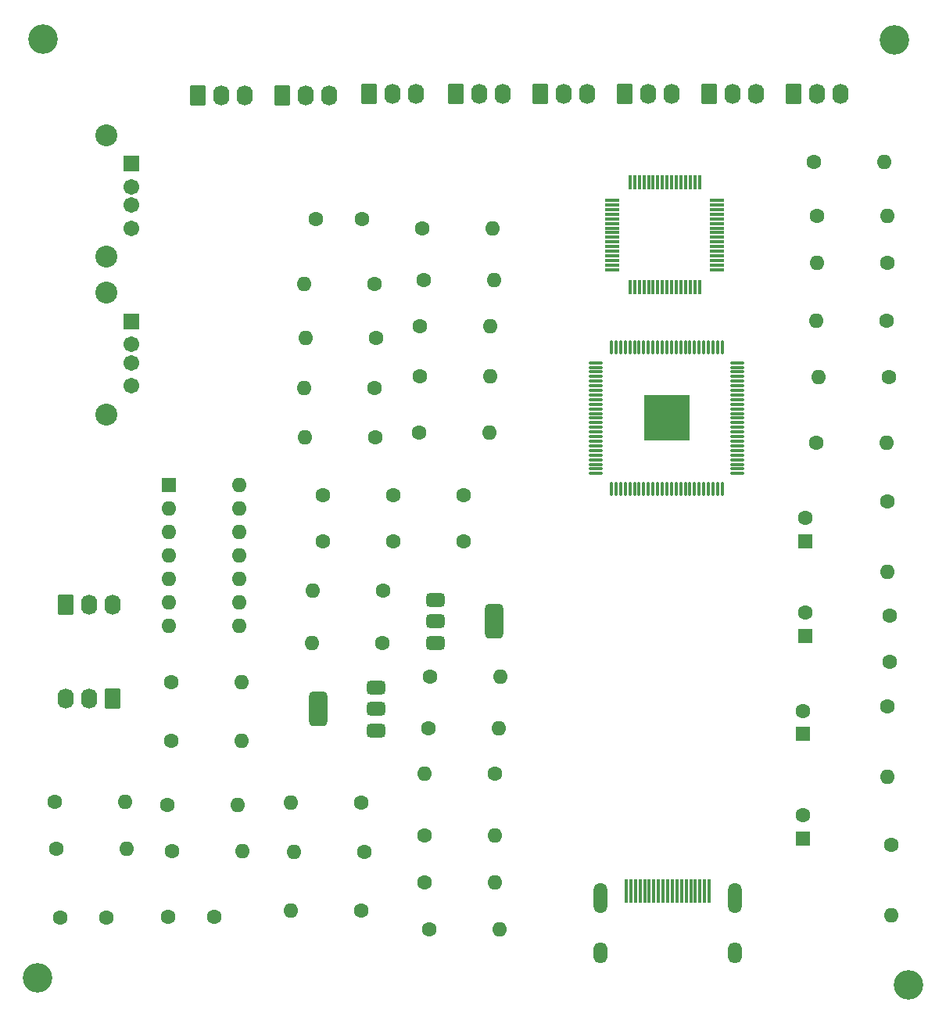
<source format=gbr>
%TF.GenerationSoftware,KiCad,Pcbnew,8.0.4*%
%TF.CreationDate,2024-10-29T15:25:17-05:00*%
%TF.ProjectId,String-Drum-Synthesizer,53747269-6e67-42d4-9472-756d2d53796e,rev?*%
%TF.SameCoordinates,Original*%
%TF.FileFunction,Soldermask,Top*%
%TF.FilePolarity,Negative*%
%FSLAX46Y46*%
G04 Gerber Fmt 4.6, Leading zero omitted, Abs format (unit mm)*
G04 Created by KiCad (PCBNEW 8.0.4) date 2024-10-29 15:25:17*
%MOMM*%
%LPD*%
G01*
G04 APERTURE LIST*
G04 Aperture macros list*
%AMRoundRect*
0 Rectangle with rounded corners*
0 $1 Rounding radius*
0 $2 $3 $4 $5 $6 $7 $8 $9 X,Y pos of 4 corners*
0 Add a 4 corners polygon primitive as box body*
4,1,4,$2,$3,$4,$5,$6,$7,$8,$9,$2,$3,0*
0 Add four circle primitives for the rounded corners*
1,1,$1+$1,$2,$3*
1,1,$1+$1,$4,$5*
1,1,$1+$1,$6,$7*
1,1,$1+$1,$8,$9*
0 Add four rect primitives between the rounded corners*
20,1,$1+$1,$2,$3,$4,$5,0*
20,1,$1+$1,$4,$5,$6,$7,0*
20,1,$1+$1,$6,$7,$8,$9,0*
20,1,$1+$1,$8,$9,$2,$3,0*%
G04 Aperture macros list end*
%ADD10RoundRect,0.250000X-0.620000X-0.845000X0.620000X-0.845000X0.620000X0.845000X-0.620000X0.845000X0*%
%ADD11O,1.740000X2.190000*%
%ADD12C,1.600000*%
%ADD13O,1.600000X1.600000*%
%ADD14R,1.600000X1.600000*%
%ADD15RoundRect,0.075000X0.700000X0.075000X-0.700000X0.075000X-0.700000X-0.075000X0.700000X-0.075000X0*%
%ADD16RoundRect,0.075000X0.075000X0.700000X-0.075000X0.700000X-0.075000X-0.700000X0.075000X-0.700000X0*%
%ADD17C,3.200000*%
%ADD18RoundRect,0.075000X-0.075000X0.662500X-0.075000X-0.662500X0.075000X-0.662500X0.075000X0.662500X0*%
%ADD19RoundRect,0.075000X-0.662500X0.075000X-0.662500X-0.075000X0.662500X-0.075000X0.662500X0.075000X0*%
%ADD20R,5.000000X5.000000*%
%ADD21R,0.300000X2.600000*%
%ADD22O,1.500000X3.300000*%
%ADD23O,1.500000X2.300000*%
%ADD24RoundRect,0.250000X0.620000X0.845000X-0.620000X0.845000X-0.620000X-0.845000X0.620000X-0.845000X0*%
%ADD25C,2.380000*%
%ADD26RoundRect,0.102000X-0.754000X0.754000X-0.754000X-0.754000X0.754000X-0.754000X0.754000X0.754000X0*%
%ADD27C,1.712000*%
%ADD28RoundRect,0.375000X-0.625000X-0.375000X0.625000X-0.375000X0.625000X0.375000X-0.625000X0.375000X0*%
%ADD29RoundRect,0.500000X-0.500000X-1.400000X0.500000X-1.400000X0.500000X1.400000X-0.500000X1.400000X0*%
%ADD30RoundRect,0.375000X0.625000X0.375000X-0.625000X0.375000X-0.625000X-0.375000X0.625000X-0.375000X0*%
%ADD31RoundRect,0.500000X0.500000X1.400000X-0.500000X1.400000X-0.500000X-1.400000X0.500000X-1.400000X0*%
G04 APERTURE END LIST*
D10*
%TO.C,Pot7*%
X132461000Y-36449000D03*
D11*
X135001000Y-36449000D03*
X137541000Y-36449000D03*
%TD*%
D12*
%TO.C,C9*%
X150253000Y-49861500D03*
X145253000Y-49861500D03*
%TD*%
%TO.C,R18*%
X151563000Y-56846500D03*
D13*
X143943000Y-56846500D03*
%TD*%
D12*
%TO.C,R6*%
X207518000Y-117602000D03*
D13*
X207518000Y-125222000D03*
%TD*%
D12*
%TO.C,R16*%
X207137000Y-102616000D03*
D13*
X207137000Y-110236000D03*
%TD*%
D14*
%TO.C,C7*%
X198247000Y-84709000D03*
D12*
X198247000Y-82209000D03*
%TD*%
%TO.C,R32*%
X156972000Y-116586000D03*
D13*
X164592000Y-116586000D03*
%TD*%
D15*
%TO.C,U6*%
X188682000Y-55312000D03*
X188682000Y-54812000D03*
X188682000Y-54312000D03*
X188682000Y-53812000D03*
X188682000Y-53312000D03*
X188682000Y-52812000D03*
X188682000Y-52312000D03*
X188682000Y-51812000D03*
X188682000Y-51312000D03*
X188682000Y-50812000D03*
X188682000Y-50312000D03*
X188682000Y-49812000D03*
X188682000Y-49312000D03*
X188682000Y-48812000D03*
X188682000Y-48312000D03*
X188682000Y-47812000D03*
D16*
X186757000Y-45887000D03*
X186257000Y-45887000D03*
X185757000Y-45887000D03*
X185257000Y-45887000D03*
X184757000Y-45887000D03*
X184257000Y-45887000D03*
X183757000Y-45887000D03*
X183257000Y-45887000D03*
X182757000Y-45887000D03*
X182257000Y-45887000D03*
X181757000Y-45887000D03*
X181257000Y-45887000D03*
X180757000Y-45887000D03*
X180257000Y-45887000D03*
X179757000Y-45887000D03*
X179257000Y-45887000D03*
D15*
X177332000Y-47812000D03*
X177332000Y-48312000D03*
X177332000Y-48812000D03*
X177332000Y-49312000D03*
X177332000Y-49812000D03*
X177332000Y-50312000D03*
X177332000Y-50812000D03*
X177332000Y-51312000D03*
X177332000Y-51812000D03*
X177332000Y-52312000D03*
X177332000Y-52812000D03*
X177332000Y-53312000D03*
X177332000Y-53812000D03*
X177332000Y-54312000D03*
X177332000Y-54812000D03*
X177332000Y-55312000D03*
D16*
X179257000Y-57237000D03*
X179757000Y-57237000D03*
X180257000Y-57237000D03*
X180757000Y-57237000D03*
X181257000Y-57237000D03*
X181757000Y-57237000D03*
X182257000Y-57237000D03*
X182757000Y-57237000D03*
X183257000Y-57237000D03*
X183757000Y-57237000D03*
X184257000Y-57237000D03*
X184757000Y-57237000D03*
X185257000Y-57237000D03*
X185757000Y-57237000D03*
X186257000Y-57237000D03*
X186757000Y-57237000D03*
%TD*%
D17*
%TO.C,H3*%
X115062000Y-131953000D03*
%TD*%
D18*
%TO.C,U2*%
X189236500Y-63715500D03*
X188736500Y-63715500D03*
X188236500Y-63715500D03*
X187736500Y-63715500D03*
X187236500Y-63715500D03*
X186736500Y-63715500D03*
X186236500Y-63715500D03*
X185736500Y-63715500D03*
X185236500Y-63715500D03*
X184736500Y-63715500D03*
X184236500Y-63715500D03*
X183736500Y-63715500D03*
X183236500Y-63715500D03*
X182736500Y-63715500D03*
X182236500Y-63715500D03*
X181736500Y-63715500D03*
X181236500Y-63715500D03*
X180736500Y-63715500D03*
X180236500Y-63715500D03*
X179736500Y-63715500D03*
X179236500Y-63715500D03*
X178736500Y-63715500D03*
X178236500Y-63715500D03*
X177736500Y-63715500D03*
X177236500Y-63715500D03*
D19*
X175574000Y-65378000D03*
X175574000Y-65878000D03*
X175574000Y-66378000D03*
X175574000Y-66878000D03*
X175574000Y-67378000D03*
X175574000Y-67878000D03*
X175574000Y-68378000D03*
X175574000Y-68878000D03*
X175574000Y-69378000D03*
X175574000Y-69878000D03*
X175574000Y-70378000D03*
X175574000Y-70878000D03*
X175574000Y-71378000D03*
X175574000Y-71878000D03*
X175574000Y-72378000D03*
X175574000Y-72878000D03*
X175574000Y-73378000D03*
X175574000Y-73878000D03*
X175574000Y-74378000D03*
X175574000Y-74878000D03*
X175574000Y-75378000D03*
X175574000Y-75878000D03*
X175574000Y-76378000D03*
X175574000Y-76878000D03*
X175574000Y-77378000D03*
D18*
X177236500Y-79040500D03*
X177736500Y-79040500D03*
X178236500Y-79040500D03*
X178736500Y-79040500D03*
X179236500Y-79040500D03*
X179736500Y-79040500D03*
X180236500Y-79040500D03*
X180736500Y-79040500D03*
X181236500Y-79040500D03*
X181736500Y-79040500D03*
X182236500Y-79040500D03*
X182736500Y-79040500D03*
X183236500Y-79040500D03*
X183736500Y-79040500D03*
X184236500Y-79040500D03*
X184736500Y-79040500D03*
X185236500Y-79040500D03*
X185736500Y-79040500D03*
X186236500Y-79040500D03*
X186736500Y-79040500D03*
X187236500Y-79040500D03*
X187736500Y-79040500D03*
X188236500Y-79040500D03*
X188736500Y-79040500D03*
X189236500Y-79040500D03*
D19*
X190899000Y-77378000D03*
X190899000Y-76878000D03*
X190899000Y-76378000D03*
X190899000Y-75878000D03*
X190899000Y-75378000D03*
X190899000Y-74878000D03*
X190899000Y-74378000D03*
X190899000Y-73878000D03*
X190899000Y-73378000D03*
X190899000Y-72878000D03*
X190899000Y-72378000D03*
X190899000Y-71878000D03*
X190899000Y-71378000D03*
X190899000Y-70878000D03*
X190899000Y-70378000D03*
X190899000Y-69878000D03*
X190899000Y-69378000D03*
X190899000Y-68878000D03*
X190899000Y-68378000D03*
X190899000Y-67878000D03*
X190899000Y-67378000D03*
X190899000Y-66878000D03*
X190899000Y-66378000D03*
X190899000Y-65878000D03*
X190899000Y-65378000D03*
D20*
X183236500Y-71378000D03*
%TD*%
D12*
%TO.C,R35*%
X199390000Y-74069000D03*
D13*
X207010000Y-74069000D03*
%TD*%
D12*
%TO.C,R15*%
X156389000Y-72975500D03*
D13*
X164009000Y-72975500D03*
%TD*%
D14*
%TO.C,C6*%
X198247000Y-94956000D03*
D12*
X198247000Y-92456000D03*
%TD*%
D10*
%TO.C,Pot5*%
X151003000Y-36322000D03*
D11*
X153543000Y-36322000D03*
X156083000Y-36322000D03*
%TD*%
D14*
%TO.C,C4*%
X197993000Y-105565606D03*
D12*
X197993000Y-103065606D03*
%TD*%
%TO.C,R21*%
X156897000Y-56465500D03*
D13*
X164517000Y-56465500D03*
%TD*%
D21*
%TO.C,J1*%
X187833000Y-122555000D03*
X187333000Y-122555000D03*
X186833000Y-122555000D03*
X186333000Y-122555000D03*
X185833000Y-122555000D03*
X185333000Y-122555000D03*
X184833000Y-122555000D03*
X184333000Y-122555000D03*
X183833000Y-122555000D03*
X183333000Y-122555000D03*
X182833000Y-122555000D03*
X182333000Y-122555000D03*
X181833000Y-122555000D03*
X181333000Y-122555000D03*
X180833000Y-122555000D03*
X180333000Y-122555000D03*
X179833000Y-122555000D03*
X179333000Y-122555000D03*
X178833000Y-122555000D03*
D22*
X190583000Y-123315000D03*
X176083000Y-123315000D03*
D23*
X190583000Y-129275000D03*
X176083000Y-129275000D03*
%TD*%
D24*
%TO.C,AudioJack1*%
X123190000Y-101727000D03*
D11*
X120650000Y-101727000D03*
X118110000Y-101727000D03*
%TD*%
D12*
%TO.C,R19*%
X156770000Y-50877500D03*
D13*
X164390000Y-50877500D03*
%TD*%
D12*
%TO.C,R31*%
X156972000Y-121666000D03*
D13*
X164592000Y-121666000D03*
%TD*%
D10*
%TO.C,Pot4*%
X160401000Y-36322000D03*
D11*
X162941000Y-36322000D03*
X165481000Y-36322000D03*
%TD*%
D12*
%TO.C,C8*%
X207391000Y-97750000D03*
X207391000Y-92750000D03*
%TD*%
%TO.C,R3*%
X129540000Y-106299000D03*
D13*
X137160000Y-106299000D03*
%TD*%
D12*
%TO.C,R33*%
X199136000Y-43688000D03*
D13*
X206756000Y-43688000D03*
%TD*%
D14*
%TO.C,C2*%
X197993000Y-116868606D03*
D12*
X197993000Y-114368606D03*
%TD*%
%TO.C,R4*%
X150114000Y-113030000D03*
D13*
X142494000Y-113030000D03*
%TD*%
D12*
%TO.C,C5*%
X145975000Y-84746500D03*
X145975000Y-79746500D03*
%TD*%
D25*
%TO.C,KeyboardUSBPort1*%
X122555000Y-57819000D03*
X122555000Y-70959000D03*
D26*
X125265000Y-60889000D03*
D27*
X125265000Y-63389000D03*
X125265000Y-65389000D03*
X125265000Y-67889000D03*
%TD*%
D12*
%TO.C,R1*%
X152452000Y-95708500D03*
D13*
X144832000Y-95708500D03*
%TD*%
D17*
%TO.C,H1*%
X115697000Y-30353000D03*
%TD*%
D12*
%TO.C,R10*%
X156516000Y-66879500D03*
D13*
X164136000Y-66879500D03*
%TD*%
D17*
%TO.C,H4*%
X209423000Y-132715000D03*
%TD*%
D12*
%TO.C,R25*%
X199517000Y-49530000D03*
D13*
X207137000Y-49530000D03*
%TD*%
D12*
%TO.C,C3*%
X153595000Y-84746500D03*
X153595000Y-79746500D03*
%TD*%
%TO.C,R30*%
X129540000Y-99949000D03*
D13*
X137160000Y-99949000D03*
%TD*%
D12*
%TO.C,C1*%
X161215000Y-84746500D03*
X161215000Y-79746500D03*
%TD*%
%TO.C,R14*%
X164592000Y-109855000D03*
D13*
X156972000Y-109855000D03*
%TD*%
D10*
%TO.C,Pot8*%
X118110000Y-91567000D03*
D11*
X120650000Y-91567000D03*
X123190000Y-91567000D03*
%TD*%
D10*
%TO.C,Pot2*%
X178689000Y-36302000D03*
D11*
X181229000Y-36302000D03*
X183769000Y-36302000D03*
%TD*%
D10*
%TO.C,Pot3*%
X169545000Y-36302000D03*
D11*
X172085000Y-36302000D03*
X174625000Y-36302000D03*
%TD*%
D12*
%TO.C,R13*%
X207137000Y-80391000D03*
D13*
X207137000Y-88011000D03*
%TD*%
D25*
%TO.C,ProgrammableUSBPort1*%
X122555000Y-40757500D03*
X122555000Y-53897500D03*
D26*
X125265000Y-43827500D03*
D27*
X125265000Y-46327500D03*
X125265000Y-48327500D03*
X125265000Y-50827500D03*
%TD*%
D12*
%TO.C,R17*%
X116967000Y-112903000D03*
D13*
X124587000Y-112903000D03*
%TD*%
D10*
%TO.C,Pot1*%
X187833000Y-36302000D03*
D11*
X190373000Y-36302000D03*
X192913000Y-36302000D03*
%TD*%
D12*
%TO.C,R27*%
X117094000Y-117983000D03*
D13*
X124714000Y-117983000D03*
%TD*%
D12*
%TO.C,C12*%
X117515000Y-125476000D03*
X122515000Y-125476000D03*
%TD*%
D10*
%TO.C,Pot0*%
X196977000Y-36302000D03*
D11*
X199517000Y-36302000D03*
X202057000Y-36302000D03*
%TD*%
D12*
%TO.C,R8*%
X151638000Y-73483500D03*
D13*
X144018000Y-73483500D03*
%TD*%
D12*
%TO.C,R2*%
X152527000Y-90043000D03*
D13*
X144907000Y-90043000D03*
%TD*%
D12*
%TO.C,R29*%
X129667000Y-118237000D03*
D13*
X137287000Y-118237000D03*
%TD*%
D14*
%TO.C,Op-Amp*%
X129296000Y-78608000D03*
D13*
X129296000Y-81148000D03*
X129296000Y-83688000D03*
X129296000Y-86228000D03*
X129296000Y-88768000D03*
X129296000Y-91308000D03*
X129296000Y-93848000D03*
X136916000Y-93848000D03*
X136916000Y-91308000D03*
X136916000Y-88768000D03*
X136916000Y-86228000D03*
X136916000Y-83688000D03*
X136916000Y-81148000D03*
X136916000Y-78608000D03*
%TD*%
D12*
%TO.C,R34*%
X207010000Y-60833000D03*
D13*
X199390000Y-60833000D03*
%TD*%
D12*
%TO.C,R23*%
X156516000Y-61418500D03*
D13*
X164136000Y-61418500D03*
%TD*%
D12*
%TO.C,R7*%
X150114000Y-124714000D03*
D13*
X142494000Y-124714000D03*
%TD*%
D12*
%TO.C,R26*%
X207264000Y-66957000D03*
D13*
X199644000Y-66957000D03*
%TD*%
D12*
%TO.C,R22*%
X151563000Y-68149500D03*
D13*
X143943000Y-68149500D03*
%TD*%
D17*
%TO.C,H2*%
X207899000Y-30480000D03*
%TD*%
D10*
%TO.C,Pot6*%
X141605000Y-36429000D03*
D11*
X144145000Y-36429000D03*
X146685000Y-36429000D03*
%TD*%
D12*
%TO.C,C11*%
X134199000Y-125349000D03*
X129199000Y-125349000D03*
%TD*%
%TO.C,R12*%
X157428000Y-104991500D03*
D13*
X165048000Y-104991500D03*
%TD*%
D28*
%TO.C,U1*%
X158192000Y-91082500D03*
X158192000Y-93382500D03*
D29*
X164492000Y-93382500D03*
D28*
X158192000Y-95682500D03*
%TD*%
D12*
%TO.C,R20*%
X151742000Y-62688500D03*
D13*
X144122000Y-62688500D03*
%TD*%
D12*
%TO.C,R24*%
X207137000Y-54610000D03*
D13*
X199517000Y-54610000D03*
%TD*%
D12*
%TO.C,R28*%
X150495000Y-118364000D03*
D13*
X142875000Y-118364000D03*
%TD*%
D12*
%TO.C,R9*%
X157480000Y-126746000D03*
D13*
X165100000Y-126746000D03*
%TD*%
D12*
%TO.C,R5*%
X129159000Y-113284000D03*
D13*
X136779000Y-113284000D03*
%TD*%
D30*
%TO.C,U5*%
X151740000Y-105170000D03*
X151740000Y-102870000D03*
D31*
X145440000Y-102870000D03*
D30*
X151740000Y-100570000D03*
%TD*%
D12*
%TO.C,R11*%
X157555000Y-99403500D03*
D13*
X165175000Y-99403500D03*
%TD*%
M02*

</source>
